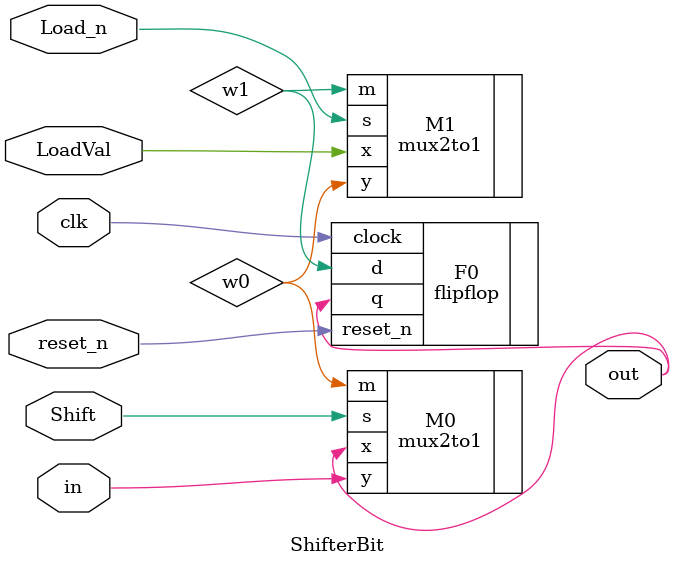
<source format=v>
module ShifterBit(LoadVal, Load_n, Shift, in, clk, reset_n, out);
	input LoadVal, Load_n, Shift, in, clk, reset_n;
	output out;
	
	wire w0, w1;
	
	mux2to1 M0(
		.x(out),
		.y(in),
		.s(Shift),
		.m(w0));
	
	mux2to1 M1(
		.x(LoadVal),
		.y(w0),
		.s(Load_n),
		.m(w1));
		
	flipflop F0(
		.d(w1),
		.q(out),
		.clock(clk),
		.reset_n(reset_n));
		
endmodule

</source>
